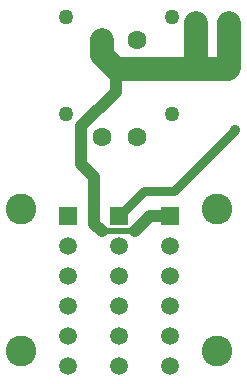
<source format=gbl>
G04*
G04 #@! TF.GenerationSoftware,Altium Limited,Altium Designer,23.10.1 (27)*
G04*
G04 Layer_Physical_Order=2*
G04 Layer_Color=16711680*
%FSLAX25Y25*%
%MOIN*%
G70*
G04*
G04 #@! TF.SameCoordinates,63F36303-5D97-42AD-868C-FB7FB63341C3*
G04*
G04*
G04 #@! TF.FilePolarity,Positive*
G04*
G01*
G75*
%ADD27C,0.03150*%
%ADD28C,0.07874*%
%ADD29C,0.03937*%
%ADD30C,0.10236*%
%ADD31R,0.05906X0.05906*%
%ADD32C,0.05906*%
%ADD33C,0.06299*%
%ADD34C,0.05000*%
%ADD35C,0.03543*%
%ADD36C,0.01968*%
D27*
X18110Y-35433D02*
X38583Y-14961D01*
X0Y-43701D02*
X8268Y-35433D01*
X18110D01*
D28*
X36614Y5768D02*
Y20472D01*
X25506Y5243D02*
X36088D01*
X36614Y5768D01*
X25506Y5243D02*
Y20655D01*
X-1024Y5243D02*
X25506D01*
X-5906Y10124D02*
X-1024Y5243D01*
X25492Y20669D02*
X25506Y20655D01*
X-5906Y10124D02*
Y14961D01*
D29*
X-12598Y-26378D02*
Y-13780D01*
X-1024Y-2205D01*
Y5243D01*
X-12598Y-26378D02*
X-8268Y-30709D01*
Y-46457D02*
Y-30709D01*
Y-46457D02*
X-5906Y-48819D01*
X10236Y-43701D02*
X16929D01*
X5118Y-48819D02*
X10236Y-43701D01*
D30*
X32677Y-41339D02*
D03*
Y-88583D02*
D03*
X-32677D02*
D03*
Y-41339D02*
D03*
D31*
X16929Y-43701D02*
D03*
X0D02*
D03*
X-16929Y-43701D02*
D03*
D32*
X16929Y-53701D02*
D03*
X16929Y-63701D02*
D03*
X16929Y-73701D02*
D03*
X16929Y-83701D02*
D03*
Y-93701D02*
D03*
X0Y-53701D02*
D03*
Y-63701D02*
D03*
Y-73701D02*
D03*
Y-83701D02*
D03*
Y-93701D02*
D03*
X-16929Y-53701D02*
D03*
X-16929Y-63701D02*
D03*
X-16929Y-73701D02*
D03*
Y-83701D02*
D03*
X-16929Y-93701D02*
D03*
D33*
X5906Y-17323D02*
D03*
X-5906D02*
D03*
X5906Y14961D02*
D03*
X-5906D02*
D03*
D34*
X17717Y-9606D02*
D03*
X-17717D02*
D03*
X17717Y22677D02*
D03*
X-17717D02*
D03*
D35*
X37008Y15748D02*
D03*
Y10630D02*
D03*
Y5118D02*
D03*
X38583Y-14961D02*
D03*
X25506Y5243D02*
D03*
X25591Y10335D02*
D03*
X25492Y15551D02*
D03*
Y20669D02*
D03*
D36*
X-5906Y-48819D02*
X5118D01*
M02*

</source>
